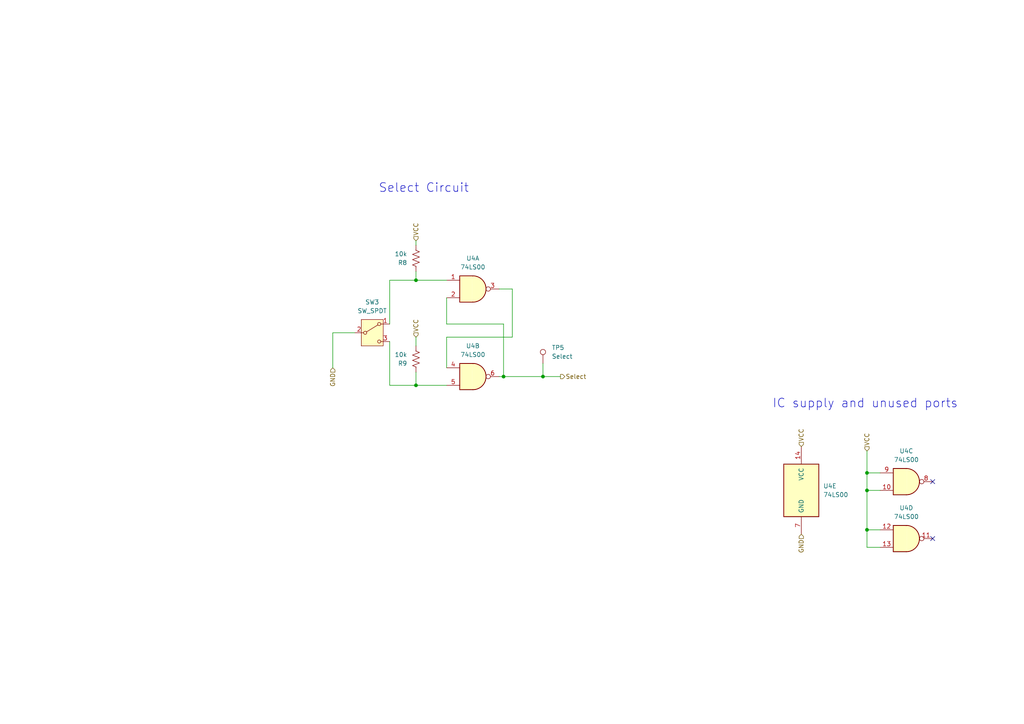
<source format=kicad_sch>
(kicad_sch (version 20250114) (generator "eeschema") (generator_version "9.0")
  (paper "A4")
  (lib_symbols
    (symbol "74xx:74LS00" (pin_names (offset 1.016))
      (property "Reference" "U" (at 0 1.27 0))
      (property "Value" "74LS00" (at 0 -1.27 0))
      (symbol "74LS00_1_1"
        (arc (start 0 3.81) (mid 3.7934 0) (end 0 -3.81) (stroke (width 0.254)) (fill (type background)))
        (polyline (pts (xy 0 3.81) (xy -3.81 3.81) (xy -3.81 -3.81) (xy 0 -3.81)) (stroke (width 0.254)) (fill (type background)))
        (pin input line (at -7.62 2.54 0) (length 3.81) (name "~") (number "1"))
        (pin input line (at -7.62 -2.54 0) (length 3.81) (name "~") (number "2"))
        (pin output inverted (at 7.62 0 180) (length 3.81) (name "~") (number "3"))
      )
      (symbol "74LS00_1_2"
        (arc (start -3.81 3.81) (mid -2.589 0) (end -3.81 -3.81) (stroke (width 0.254)))
        (polyline (pts (xy -3.81 3.81) (xy -0.635 3.81)) (stroke (width 0.254)) (fill (type background)))
        (polyline (pts (xy -3.81 -3.81) (xy -0.635 -3.81)) (stroke (width 0.254)) (fill (type background)))
        (arc (start 3.81 0) (mid 2.1855 -2.584) (end -0.6096 -3.81) (stroke (width 0.254)) (fill (type background)))
        (arc (start -0.6096 3.81) (mid 2.1928 2.5924) (end 3.81 0) (stroke (width 0.254)) (fill (type background)))
        (polyline (pts (xy -0.635 3.81) (xy -3.81 3.81) (xy -3.81 3.81) (xy -3.556 3.4036) (xy -3.0226 2.2606) (xy -2.6924 1.0414) (xy -2.6162 -0.254) (xy -2.7686 -1.4986) (xy -3.175 -2.7178) (xy -3.81 -3.81) (xy -3.81 -3.81) (xy -0.635 -3.81)) (stroke (width -25.4)) (fill (type background)))
        (pin input inverted (at -7.62 2.54 0) (length 4.318) (name "~") (number "1"))
        (pin input inverted (at -7.62 -2.54 0) (length 4.318) (name "~") (number "2"))
        (pin output line (at 7.62 0 180) (length 3.81) (name "~") (number "3"))
      )
      (symbol "74LS00_2_1"
        (arc (start 0 3.81) (mid 3.7934 0) (end 0 -3.81) (stroke (width 0.254)) (fill (type background)))
        (polyline (pts (xy 0 3.81) (xy -3.81 3.81) (xy -3.81 -3.81) (xy 0 -3.81)) (stroke (width 0.254)) (fill (type background)))
        (pin input line (at -7.62 2.54 0) (length 3.81) (name "~") (number "4"))
        (pin input line (at -7.62 -2.54 0) (length 3.81) (name "~") (number "5"))
        (pin output inverted (at 7.62 0 180) (length 3.81) (name "~") (number "6"))
      )
      (symbol "74LS00_2_2"
        (arc (start -3.81 3.81) (mid -2.589 0) (end -3.81 -3.81) (stroke (width 0.254)))
        (polyline (pts (xy -3.81 3.81) (xy -0.635 3.81)) (stroke (width 0.254)) (fill (type background)))
        (polyline (pts (xy -3.81 -3.81) (xy -0.635 -3.81)) (stroke (width 0.254)) (fill (type background)))
        (arc (start 3.81 0) (mid 2.1855 -2.584) (end -0.6096 -3.81) (stroke (width 0.254)) (fill (type background)))
        (arc (start -0.6096 3.81) (mid 2.1928 2.5924) (end 3.81 0) (stroke (width 0.254)) (fill (type background)))
        (polyline (pts (xy -0.635 3.81) (xy -3.81 3.81) (xy -3.81 3.81) (xy -3.556 3.4036) (xy -3.0226 2.2606) (xy -2.6924 1.0414) (xy -2.6162 -0.254) (xy -2.7686 -1.4986) (xy -3.175 -2.7178) (xy -3.81 -3.81) (xy -3.81 -3.81) (xy -0.635 -3.81)) (stroke (width -25.4)) (fill (type background)))
        (pin input inverted (at -7.62 2.54 0) (length 4.318) (name "~") (number "4"))
        (pin input inverted (at -7.62 -2.54 0) (length 4.318) (name "~") (number "5"))
        (pin output line (at 7.62 0 180) (length 3.81) (name "~") (number "6"))
      )
      (symbol "74LS00_3_1"
        (arc (start 0 3.81) (mid 3.7934 0) (end 0 -3.81) (stroke (width 0.254)) (fill (type background)))
        (polyline (pts (xy 0 3.81) (xy -3.81 3.81) (xy -3.81 -3.81) (xy 0 -3.81)) (stroke (width 0.254)) (fill (type background)))
        (pin input line (at -7.62 2.54 0) (length 3.81) (name "~") (number "9"))
        (pin input line (at -7.62 -2.54 0) (length 3.81) (name "~") (number "10"))
        (pin output inverted (at 7.62 0 180) (length 3.81) (name "~") (number "8"))
      )
      (symbol "74LS00_3_2"
        (arc (start -3.81 3.81) (mid -2.589 0) (end -3.81 -3.81) (stroke (width 0.254)))
        (polyline (pts (xy -3.81 3.81) (xy -0.635 3.81)) (stroke (width 0.254)) (fill (type background)))
        (polyline (pts (xy -3.81 -3.81) (xy -0.635 -3.81)) (stroke (width 0.254)) (fill (type background)))
        (arc (start 3.81 0) (mid 2.1855 -2.584) (end -0.6096 -3.81) (stroke (width 0.254)) (fill (type background)))
        (arc (start -0.6096 3.81) (mid 2.1928 2.5924) (end 3.81 0) (stroke (width 0.254)) (fill (type background)))
        (polyline (pts (xy -0.635 3.81) (xy -3.81 3.81) (xy -3.81 3.81) (xy -3.556 3.4036) (xy -3.0226 2.2606) (xy -2.6924 1.0414) (xy -2.6162 -0.254) (xy -2.7686 -1.4986) (xy -3.175 -2.7178) (xy -3.81 -3.81) (xy -3.81 -3.81) (xy -0.635 -3.81)) (stroke (width -25.4)) (fill (type background)))
        (pin input inverted (at -7.62 2.54 0) (length 4.318) (name "~") (number "9"))
        (pin input inverted (at -7.62 -2.54 0) (length 4.318) (name "~") (number "10"))
        (pin output line (at 7.62 0 180) (length 3.81) (name "~") (number "8"))
      )
      (symbol "74LS00_4_1"
        (arc (start 0 3.81) (mid 3.7934 0) (end 0 -3.81) (stroke (width 0.254)) (fill (type background)))
        (polyline (pts (xy 0 3.81) (xy -3.81 3.81) (xy -3.81 -3.81) (xy 0 -3.81)) (stroke (width 0.254)) (fill (type background)))
        (pin input line (at -7.62 2.54 0) (length 3.81) (name "~") (number "12"))
        (pin input line (at -7.62 -2.54 0) (length 3.81) (name "~") (number "13"))
        (pin output inverted (at 7.62 0 180) (length 3.81) (name "~") (number "11"))
      )
      (symbol "74LS00_4_2"
        (arc (start -3.81 3.81) (mid -2.589 0) (end -3.81 -3.81) (stroke (width 0.254)))
        (polyline (pts (xy -3.81 3.81) (xy -0.635 3.81)) (stroke (width 0.254)) (fill (type background)))
        (polyline (pts (xy -3.81 -3.81) (xy -0.635 -3.81)) (stroke (width 0.254)) (fill (type background)))
        (arc (start 3.81 0) (mid 2.1855 -2.584) (end -0.6096 -3.81) (stroke (width 0.254)) (fill (type background)))
        (arc (start -0.6096 3.81) (mid 2.1928 2.5924) (end 3.81 0) (stroke (width 0.254)) (fill (type background)))
        (polyline (pts (xy -0.635 3.81) (xy -3.81 3.81) (xy -3.81 3.81) (xy -3.556 3.4036) (xy -3.0226 2.2606) (xy -2.6924 1.0414) (xy -2.6162 -0.254) (xy -2.7686 -1.4986) (xy -3.175 -2.7178) (xy -3.81 -3.81) (xy -3.81 -3.81) (xy -0.635 -3.81)) (stroke (width -25.4)) (fill (type background)))
        (pin input inverted (at -7.62 2.54 0) (length 4.318) (name "~") (number "12"))
        (pin input inverted (at -7.62 -2.54 0) (length 4.318) (name "~") (number "13"))
        (pin output line (at 7.62 0 180) (length 3.81) (name "~") (number "11"))
      )
      (symbol "74LS00_5_0"
        (pin power_in line (at 0 12.7 270) (length 5.08) (name "VCC") (number "14"))
        (pin power_in line (at 0 -12.7 90) (length 5.08) (name "GND") (number "7"))
      )
      (symbol "74LS00_5_1"
        (rectangle (start -5.08 7.62) (end 5.08 -7.62) (stroke (width 0.254)) (fill (type background)))
      )
    )
    (symbol "Connector:TestPoint" (pin_numbers (hide yes)) (pin_names (offset 0.762) (hide yes))
      (property "Reference" "TP" (at 0 6.858 0))
      (property "Value" "TestPoint" (at 0 5.08 0))
      (symbol "TestPoint_0_1"
        (circle (center 0 3.302) (radius 0.762))
      )
      (symbol "TestPoint_1_1"
        (pin passive line (at 0 0 90) (length 2.54) (name "1") (number "1"))
      )
    )
    (symbol "Device:R_US" (pin_numbers (hide yes)) (pin_names (offset 0))
      (property "Reference" "R" (at 2.54 0 90))
      (property "Value" "R_US" (at -2.54 0 90))
      (symbol "R_US_0_1"
        (polyline (pts (xy 0 2.286) (xy 0 2.54)))
        (polyline (pts (xy 0 2.286) (xy 1.016 1.905) (xy 0 1.524) (xy -1.016 1.143) (xy 0 0.762)))
        (polyline (pts (xy 0 0.762) (xy 1.016 0.381) (xy 0 0) (xy -1.016 -0.381) (xy 0 -0.762)))
        (polyline (pts (xy 0 -0.762) (xy 1.016 -1.143) (xy 0 -1.524) (xy -1.016 -1.905) (xy 0 -2.286)))
        (polyline (pts (xy 0 -2.286) (xy 0 -2.54)))
      )
      (symbol "R_US_1_1"
        (pin passive line (at 0 3.81 270) (length 1.27) (name "~") (number "1"))
        (pin passive line (at 0 -3.81 90) (length 1.27) (name "~") (number "2"))
      )
    )
    (symbol "Switch:SW_SPDT" (pin_names (offset 0) (hide yes))
      (property "Reference" "SW" (at 0 5.08 0))
      (property "Value" "SW_SPDT" (at 0 -5.08 0))
      (symbol "SW_SPDT_0_1"
        (circle (center -2.032 0) (radius 0.4572))
        (polyline (pts (xy -1.651 0.254) (xy 1.651 2.286)))
        (circle (center 2.032 2.54) (radius 0.4572))
        (circle (center 2.032 -2.54) (radius 0.4572))
      )
      (symbol "SW_SPDT_1_1"
        (rectangle (start -3.175 3.81) (end 3.175 -3.81) (fill (type background)))
        (pin passive line (at -5.08 0 0) (length 2.54) (name "B") (number "2"))
        (pin passive line (at 5.08 2.54 180) (length 2.54) (name "A") (number "1"))
        (pin passive line (at 5.08 -2.54 180) (length 2.54) (name "C") (number "3"))
      )
    )
  )
  (text "Select Circuit" (at 122.936 54.61 0) (effects (font (size 2.54 2.54))))
  (text "IC supply and unused ports" (at 250.952 117.094 0) (effects (font (size 2.54 2.54))))
  (junction (at 251.46 153.67))
  (junction (at 251.46 137.16))
  (junction (at 120.65 81.28))
  (junction (at 157.48 109.22))
  (junction (at 146.05 109.22))
  (junction (at 251.46 142.24))
  (junction (at 120.65 111.76))
  (no_connect (at 270.51 139.7))
  (no_connect (at 270.51 156.21))
  (wire (pts (xy 251.46 142.24) (xy 255.27 142.24)))
  (wire (pts (xy 102.87 96.52) (xy 96.52 96.52)))
  (wire (pts (xy 146.05 109.22) (xy 157.48 109.22)))
  (wire (pts (xy 120.65 97.79) (xy 120.65 100.33)))
  (wire (pts (xy 129.54 86.36) (xy 129.54 93.98)))
  (wire (pts (xy 146.05 93.98) (xy 146.05 109.22)))
  (wire (pts (xy 251.46 158.75) (xy 251.46 153.67)))
  (wire (pts (xy 251.46 142.24) (xy 251.46 153.67)))
  (wire (pts (xy 251.46 137.16) (xy 251.46 142.24)))
  (wire (pts (xy 120.65 107.95) (xy 120.65 111.76)))
  (wire (pts (xy 251.46 130.81) (xy 251.46 137.16)))
  (wire (pts (xy 157.48 105.41) (xy 157.48 109.22)))
  (wire (pts (xy 148.59 97.79) (xy 129.54 97.79)))
  (wire (pts (xy 157.48 109.22) (xy 162.56 109.22)))
  (wire (pts (xy 113.03 99.06) (xy 113.03 111.76)))
  (wire (pts (xy 113.03 81.28) (xy 113.03 93.98)))
  (wire (pts (xy 113.03 111.76) (xy 120.65 111.76)))
  (wire (pts (xy 144.78 83.82) (xy 148.59 83.82)))
  (wire (pts (xy 255.27 153.67) (xy 251.46 153.67)))
  (wire (pts (xy 120.65 78.74) (xy 120.65 81.28)))
  (wire (pts (xy 255.27 158.75) (xy 251.46 158.75)))
  (wire (pts (xy 120.65 69.85) (xy 120.65 71.12)))
  (wire (pts (xy 129.54 97.79) (xy 129.54 106.68)))
  (wire (pts (xy 251.46 137.16) (xy 255.27 137.16)))
  (wire (pts (xy 129.54 93.98) (xy 146.05 93.98)))
  (wire (pts (xy 129.54 81.28) (xy 120.65 81.28)))
  (wire (pts (xy 148.59 83.82) (xy 148.59 97.79)))
  (wire (pts (xy 96.52 96.52) (xy 96.52 106.68)))
  (wire (pts (xy 144.78 109.22) (xy 146.05 109.22)))
  (wire (pts (xy 120.65 111.76) (xy 129.54 111.76)))
  (wire (pts (xy 120.65 81.28) (xy 113.03 81.28)))
  (hierarchical_label "Select" (shape output) (at 162.56 109.22 0))
  (hierarchical_label "GND" (shape input) (at 96.52 106.68 270))
  (hierarchical_label "VCC" (shape input) (at 120.65 69.85 90))
  (hierarchical_label "GND" (shape input) (at 232.41 154.94 270))
  (hierarchical_label "VCC" (shape input) (at 251.46 130.81 90))
  (hierarchical_label "VCC" (shape input) (at 232.41 129.54 90))
  (hierarchical_label "VCC" (shape input) (at 120.65 97.79 90))
  (symbol (lib_id "74xx:74LS00") (at 137.16 83.82 0) (unit 1)
    (property "Reference" "U4" (at 137.1517 74.93 0))
    (property "Value" "74LS00" (at 137.1517 77.47 0))
    (property "Footprint" "Package_DIP:DIP-14_W7.62mm" (effects (hide yes)))
    (property "Datasheet" "http://www.ti.com/lit/gpn/sn74ls00" (effects (hide yes)))
    (property "Description" "quad 2-input NAND gate" (effects (hide yes)))
  )
  (symbol (lib_id "Device:R_US") (at 120.65 74.93 180) (unit 1)
    (property "Reference" "R8" (at 118.11 76.2001 0) (effects (justify left)))
    (property "Value" "10k" (at 118.11 73.6601 0) (effects (justify left)))
    (property "Footprint" "Resistor_THT:R_Axial_DIN0207_L6.3mm_D2.5mm_P10.16mm_Horizontal" (effects (hide yes)))
    (property "Description" "Resistor, US symbol" (effects (hide yes)))
  )
  (symbol (lib_id "74xx:74LS00") (at 262.89 139.7 0) (unit 3)
    (property "Reference" "U4" (at 262.8817 130.81 0))
    (property "Value" "74LS00" (at 262.8817 133.35 0))
    (property "Footprint" "Package_DIP:DIP-14_W7.62mm" (effects (hide yes)))
    (property "Datasheet" "http://www.ti.com/lit/gpn/sn74ls00" (effects (hide yes)))
    (property "Description" "quad 2-input NAND gate" (effects (hide yes)))
  )
  (symbol (lib_id "Connector:TestPoint") (at 157.48 105.41 0) (unit 1)
    (property "Reference" "TP5" (at 160.02 100.8379 0) (effects (justify left)))
    (property "Value" "Select" (at 160.02 103.3779 0) (effects (justify left)))
    (property "Footprint" "TestPoint:TestPoint_Loop_D3.50mm_Drill0.9mm_Beaded" (effects (hide yes)))
    (property "Description" "test point" (effects (hide yes)))
  )
  (symbol (lib_id "74xx:74LS00") (at 262.89 156.21 0) (unit 4)
    (property "Reference" "U4" (at 262.8817 147.32 0))
    (property "Value" "74LS00" (at 262.8817 149.86 0))
    (property "Footprint" "Package_DIP:DIP-14_W7.62mm" (effects (hide yes)))
    (property "Datasheet" "http://www.ti.com/lit/gpn/sn74ls00" (effects (hide yes)))
    (property "Description" "quad 2-input NAND gate" (effects (hide yes)))
  )
  (symbol (lib_id "Switch:SW_SPDT") (at 107.95 96.52 0) (unit 1)
    (property "Reference" "SW3" (at 107.95 87.63 0))
    (property "Value" "SW_SPDT" (at 107.95 90.17 0))
    (property "Footprint" "Custom:SW-TH_G-SWITCH-PS-22F03N" (effects (hide yes)))
    (property "Description" "Switch, single pole double throw" (effects (hide yes)))
  )
  (symbol (lib_id "Device:R_US") (at 120.65 104.14 180) (unit 1)
    (property "Reference" "R9" (at 118.11 105.4101 0) (effects (justify left)))
    (property "Value" "10k" (at 118.11 102.8701 0) (effects (justify left)))
    (property "Footprint" "Resistor_THT:R_Axial_DIN0207_L6.3mm_D2.5mm_P10.16mm_Horizontal" (effects (hide yes)))
    (property "Description" "Resistor, US symbol" (effects (hide yes)))
  )
  (symbol (lib_id "74xx:74LS00") (at 137.16 109.22 0) (unit 2)
    (property "Reference" "U4" (at 137.1517 100.33 0))
    (property "Value" "74LS00" (at 137.1517 102.87 0))
    (property "Footprint" "Package_DIP:DIP-14_W7.62mm" (effects (hide yes)))
    (property "Datasheet" "http://www.ti.com/lit/gpn/sn74ls00" (effects (hide yes)))
    (property "Description" "quad 2-input NAND gate" (effects (hide yes)))
  )
  (symbol (lib_id "74xx:74LS00") (at 232.41 142.24 0) (unit 5)
    (property "Reference" "U4" (at 238.76 140.9699 0) (effects (justify left)))
    (property "Value" "74LS00" (at 238.76 143.5099 0) (effects (justify left)))
    (property "Footprint" "Package_DIP:DIP-14_W7.62mm" (effects (hide yes)))
    (property "Datasheet" "http://www.ti.com/lit/gpn/sn74ls00" (effects (hide yes)))
    (property "Description" "quad 2-input NAND gate" (effects (hide yes)))
  )
)
</source>
